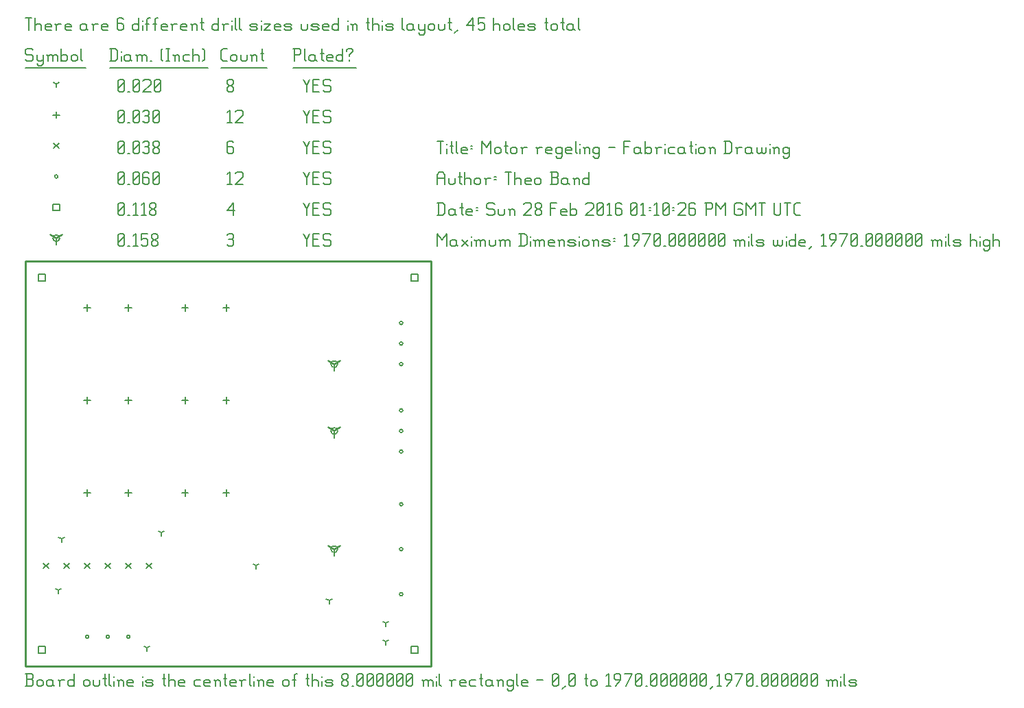
<source format=gko>
G04 start of page 11 for group -3984 idx -3984 *
G04 Title: Motor regeling, fab *
G04 Creator: pcb 20140316 *
G04 CreationDate: Sun 28 Feb 2016 01:10:26 PM GMT UTC *
G04 For: thba *
G04 Format: Gerber/RS-274X *
G04 PCB-Dimensions (mil): 1970.00 1970.00 *
G04 PCB-Coordinate-Origin: lower left *
%MOIN*%
%FSLAX25Y25*%
%LNFAB*%
%ADD89C,0.0100*%
%ADD88C,0.0075*%
%ADD87C,0.0060*%
%ADD86C,0.0001*%
%ADD85R,0.0080X0.0080*%
G54D85*X150000Y57000D02*Y53800D01*
G54D86*G36*
X149454Y57147D02*X152920Y59146D01*
X153320Y58453D01*
X149853Y56454D01*
X149454Y57147D01*
G37*
G36*
X150147Y56454D02*X146680Y58453D01*
X147080Y59146D01*
X150546Y57147D01*
X150147Y56454D01*
G37*
G54D85*X148400Y57000D02*G75*G03X151600Y57000I1600J0D01*G01*
G75*G03X148400Y57000I-1600J0D01*G01*
X150000Y114500D02*Y111300D01*
G54D86*G36*
X149454Y114647D02*X152920Y116646D01*
X153320Y115953D01*
X149853Y113954D01*
X149454Y114647D01*
G37*
G36*
X150147Y113954D02*X146680Y115953D01*
X147080Y116646D01*
X150546Y114647D01*
X150147Y113954D01*
G37*
G54D85*X148400Y114500D02*G75*G03X151600Y114500I1600J0D01*G01*
G75*G03X148400Y114500I-1600J0D01*G01*
X150000Y147000D02*Y143800D01*
G54D86*G36*
X149454Y147147D02*X152920Y149146D01*
X153320Y148453D01*
X149853Y146454D01*
X149454Y147147D01*
G37*
G36*
X150147Y146454D02*X146680Y148453D01*
X147080Y149146D01*
X150546Y147147D01*
X150147Y146454D01*
G37*
G54D85*X148400Y147000D02*G75*G03X151600Y147000I1600J0D01*G01*
G75*G03X148400Y147000I-1600J0D01*G01*
X15000Y208250D02*Y205050D01*
G54D86*G36*
X14454Y208397D02*X17920Y210396D01*
X18320Y209703D01*
X14853Y207704D01*
X14454Y208397D01*
G37*
G36*
X15147Y207704D02*X11680Y209703D01*
X12080Y210396D01*
X15546Y208397D01*
X15147Y207704D01*
G37*
G54D85*X13400Y208250D02*G75*G03X16600Y208250I1600J0D01*G01*
G75*G03X13400Y208250I-1600J0D01*G01*
G54D87*X135000Y210500D02*X136500Y207500D01*
X138000Y210500D01*
X136500Y207500D02*Y204500D01*
X139800Y207800D02*X142050D01*
X139800Y204500D02*X142800D01*
X139800Y210500D02*Y204500D01*
Y210500D02*X142800D01*
X147600D02*X148350Y209750D01*
X145350Y210500D02*X147600D01*
X144600Y209750D02*X145350Y210500D01*
X144600Y209750D02*Y208250D01*
X145350Y207500D01*
X147600D01*
X148350Y206750D01*
Y205250D01*
X147600Y204500D02*X148350Y205250D01*
X145350Y204500D02*X147600D01*
X144600Y205250D02*X145350Y204500D01*
X98000Y209750D02*X98750Y210500D01*
X100250D01*
X101000Y209750D01*
X100250Y204500D02*X101000Y205250D01*
X98750Y204500D02*X100250D01*
X98000Y205250D02*X98750Y204500D01*
Y207800D02*X100250D01*
X101000Y209750D02*Y208550D01*
Y207050D02*Y205250D01*
Y207050D02*X100250Y207800D01*
X101000Y208550D02*X100250Y207800D01*
X45000Y205250D02*X45750Y204500D01*
X45000Y209750D02*Y205250D01*
Y209750D02*X45750Y210500D01*
X47250D01*
X48000Y209750D01*
Y205250D01*
X47250Y204500D02*X48000Y205250D01*
X45750Y204500D02*X47250D01*
X45000Y206000D02*X48000Y209000D01*
X49800Y204500D02*X50550D01*
X52350Y209300D02*X53550Y210500D01*
Y204500D01*
X52350D02*X54600D01*
X56400Y210500D02*X59400D01*
X56400D02*Y207500D01*
X57150Y208250D01*
X58650D01*
X59400Y207500D01*
Y205250D01*
X58650Y204500D02*X59400Y205250D01*
X57150Y204500D02*X58650D01*
X56400Y205250D02*X57150Y204500D01*
X61200Y205250D02*X61950Y204500D01*
X61200Y206450D02*Y205250D01*
Y206450D02*X62250Y207500D01*
X63150D01*
X64200Y206450D01*
Y205250D01*
X63450Y204500D02*X64200Y205250D01*
X61950Y204500D02*X63450D01*
X61200Y208550D02*X62250Y207500D01*
X61200Y209750D02*Y208550D01*
Y209750D02*X61950Y210500D01*
X63450D01*
X64200Y209750D01*
Y208550D01*
X63150Y207500D02*X64200Y208550D01*
X6400Y9600D02*X9600D01*
X6400D02*Y6400D01*
X9600D01*
Y9600D02*Y6400D01*
X187400Y190600D02*X190600D01*
X187400D02*Y187400D01*
X190600D01*
Y190600D02*Y187400D01*
X6400Y190600D02*X9600D01*
X6400D02*Y187400D01*
X9600D01*
Y190600D02*Y187400D01*
X187400Y9600D02*X190600D01*
X187400D02*Y6400D01*
X190600D01*
Y9600D02*Y6400D01*
X13400Y224850D02*X16600D01*
X13400D02*Y221650D01*
X16600D01*
Y224850D02*Y221650D01*
X135000Y225500D02*X136500Y222500D01*
X138000Y225500D01*
X136500Y222500D02*Y219500D01*
X139800Y222800D02*X142050D01*
X139800Y219500D02*X142800D01*
X139800Y225500D02*Y219500D01*
Y225500D02*X142800D01*
X147600D02*X148350Y224750D01*
X145350Y225500D02*X147600D01*
X144600Y224750D02*X145350Y225500D01*
X144600Y224750D02*Y223250D01*
X145350Y222500D01*
X147600D01*
X148350Y221750D01*
Y220250D01*
X147600Y219500D02*X148350Y220250D01*
X145350Y219500D02*X147600D01*
X144600Y220250D02*X145350Y219500D01*
X98000Y221750D02*X101000Y225500D01*
X98000Y221750D02*X101750D01*
X101000Y225500D02*Y219500D01*
X45000Y220250D02*X45750Y219500D01*
X45000Y224750D02*Y220250D01*
Y224750D02*X45750Y225500D01*
X47250D01*
X48000Y224750D01*
Y220250D01*
X47250Y219500D02*X48000Y220250D01*
X45750Y219500D02*X47250D01*
X45000Y221000D02*X48000Y224000D01*
X49800Y219500D02*X50550D01*
X52350Y224300D02*X53550Y225500D01*
Y219500D01*
X52350D02*X54600D01*
X56400Y224300D02*X57600Y225500D01*
Y219500D01*
X56400D02*X58650D01*
X60450Y220250D02*X61200Y219500D01*
X60450Y221450D02*Y220250D01*
Y221450D02*X61500Y222500D01*
X62400D01*
X63450Y221450D01*
Y220250D01*
X62700Y219500D02*X63450Y220250D01*
X61200Y219500D02*X62700D01*
X60450Y223550D02*X61500Y222500D01*
X60450Y224750D02*Y223550D01*
Y224750D02*X61200Y225500D01*
X62700D01*
X63450Y224750D01*
Y223550D01*
X62400Y222500D02*X63450Y223550D01*
X181700Y124500D02*G75*G03X183300Y124500I800J0D01*G01*
G75*G03X181700Y124500I-800J0D01*G01*
Y114500D02*G75*G03X183300Y114500I800J0D01*G01*
G75*G03X181700Y114500I-800J0D01*G01*
Y104500D02*G75*G03X183300Y104500I800J0D01*G01*
G75*G03X181700Y104500I-800J0D01*G01*
Y167000D02*G75*G03X183300Y167000I800J0D01*G01*
G75*G03X181700Y167000I-800J0D01*G01*
Y157000D02*G75*G03X183300Y157000I800J0D01*G01*
G75*G03X181700Y157000I-800J0D01*G01*
Y147000D02*G75*G03X183300Y147000I800J0D01*G01*
G75*G03X181700Y147000I-800J0D01*G01*
Y78900D02*G75*G03X183300Y78900I800J0D01*G01*
G75*G03X181700Y78900I-800J0D01*G01*
Y57000D02*G75*G03X183300Y57000I800J0D01*G01*
G75*G03X181700Y57000I-800J0D01*G01*
Y35100D02*G75*G03X183300Y35100I800J0D01*G01*
G75*G03X181700Y35100I-800J0D01*G01*
X29200Y14500D02*G75*G03X30800Y14500I800J0D01*G01*
G75*G03X29200Y14500I-800J0D01*G01*
X39200D02*G75*G03X40800Y14500I800J0D01*G01*
G75*G03X39200Y14500I-800J0D01*G01*
X49200D02*G75*G03X50800Y14500I800J0D01*G01*
G75*G03X49200Y14500I-800J0D01*G01*
X14200Y238250D02*G75*G03X15800Y238250I800J0D01*G01*
G75*G03X14200Y238250I-800J0D01*G01*
X135000Y240500D02*X136500Y237500D01*
X138000Y240500D01*
X136500Y237500D02*Y234500D01*
X139800Y237800D02*X142050D01*
X139800Y234500D02*X142800D01*
X139800Y240500D02*Y234500D01*
Y240500D02*X142800D01*
X147600D02*X148350Y239750D01*
X145350Y240500D02*X147600D01*
X144600Y239750D02*X145350Y240500D01*
X144600Y239750D02*Y238250D01*
X145350Y237500D01*
X147600D01*
X148350Y236750D01*
Y235250D01*
X147600Y234500D02*X148350Y235250D01*
X145350Y234500D02*X147600D01*
X144600Y235250D02*X145350Y234500D01*
X98000Y239300D02*X99200Y240500D01*
Y234500D01*
X98000D02*X100250D01*
X102050Y239750D02*X102800Y240500D01*
X105050D01*
X105800Y239750D01*
Y238250D01*
X102050Y234500D02*X105800Y238250D01*
X102050Y234500D02*X105800D01*
X45000Y235250D02*X45750Y234500D01*
X45000Y239750D02*Y235250D01*
Y239750D02*X45750Y240500D01*
X47250D01*
X48000Y239750D01*
Y235250D01*
X47250Y234500D02*X48000Y235250D01*
X45750Y234500D02*X47250D01*
X45000Y236000D02*X48000Y239000D01*
X49800Y234500D02*X50550D01*
X52350Y235250D02*X53100Y234500D01*
X52350Y239750D02*Y235250D01*
Y239750D02*X53100Y240500D01*
X54600D01*
X55350Y239750D01*
Y235250D01*
X54600Y234500D02*X55350Y235250D01*
X53100Y234500D02*X54600D01*
X52350Y236000D02*X55350Y239000D01*
X59400Y240500D02*X60150Y239750D01*
X57900Y240500D02*X59400D01*
X57150Y239750D02*X57900Y240500D01*
X57150Y239750D02*Y235250D01*
X57900Y234500D01*
X59400Y237800D02*X60150Y237050D01*
X57150Y237800D02*X59400D01*
X57900Y234500D02*X59400D01*
X60150Y235250D01*
Y237050D02*Y235250D01*
X61950D02*X62700Y234500D01*
X61950Y239750D02*Y235250D01*
Y239750D02*X62700Y240500D01*
X64200D01*
X64950Y239750D01*
Y235250D01*
X64200Y234500D02*X64950Y235250D01*
X62700Y234500D02*X64200D01*
X61950Y236000D02*X64950Y239000D01*
X8800Y50200D02*X11200Y47800D01*
X8800D02*X11200Y50200D01*
X18800D02*X21200Y47800D01*
X18800D02*X21200Y50200D01*
X28800D02*X31200Y47800D01*
X28800D02*X31200Y50200D01*
X38800D02*X41200Y47800D01*
X38800D02*X41200Y50200D01*
X48800D02*X51200Y47800D01*
X48800D02*X51200Y50200D01*
X58800D02*X61200Y47800D01*
X58800D02*X61200Y50200D01*
X13800Y254450D02*X16200Y252050D01*
X13800D02*X16200Y254450D01*
X135000Y255500D02*X136500Y252500D01*
X138000Y255500D01*
X136500Y252500D02*Y249500D01*
X139800Y252800D02*X142050D01*
X139800Y249500D02*X142800D01*
X139800Y255500D02*Y249500D01*
Y255500D02*X142800D01*
X147600D02*X148350Y254750D01*
X145350Y255500D02*X147600D01*
X144600Y254750D02*X145350Y255500D01*
X144600Y254750D02*Y253250D01*
X145350Y252500D01*
X147600D01*
X148350Y251750D01*
Y250250D01*
X147600Y249500D02*X148350Y250250D01*
X145350Y249500D02*X147600D01*
X144600Y250250D02*X145350Y249500D01*
X100250Y255500D02*X101000Y254750D01*
X98750Y255500D02*X100250D01*
X98000Y254750D02*X98750Y255500D01*
X98000Y254750D02*Y250250D01*
X98750Y249500D01*
X100250Y252800D02*X101000Y252050D01*
X98000Y252800D02*X100250D01*
X98750Y249500D02*X100250D01*
X101000Y250250D01*
Y252050D02*Y250250D01*
X45000D02*X45750Y249500D01*
X45000Y254750D02*Y250250D01*
Y254750D02*X45750Y255500D01*
X47250D01*
X48000Y254750D01*
Y250250D01*
X47250Y249500D02*X48000Y250250D01*
X45750Y249500D02*X47250D01*
X45000Y251000D02*X48000Y254000D01*
X49800Y249500D02*X50550D01*
X52350Y250250D02*X53100Y249500D01*
X52350Y254750D02*Y250250D01*
Y254750D02*X53100Y255500D01*
X54600D01*
X55350Y254750D01*
Y250250D01*
X54600Y249500D02*X55350Y250250D01*
X53100Y249500D02*X54600D01*
X52350Y251000D02*X55350Y254000D01*
X57150Y254750D02*X57900Y255500D01*
X59400D01*
X60150Y254750D01*
X59400Y249500D02*X60150Y250250D01*
X57900Y249500D02*X59400D01*
X57150Y250250D02*X57900Y249500D01*
Y252800D02*X59400D01*
X60150Y254750D02*Y253550D01*
Y252050D02*Y250250D01*
Y252050D02*X59400Y252800D01*
X60150Y253550D02*X59400Y252800D01*
X61950Y250250D02*X62700Y249500D01*
X61950Y251450D02*Y250250D01*
Y251450D02*X63000Y252500D01*
X63900D01*
X64950Y251450D01*
Y250250D01*
X64200Y249500D02*X64950Y250250D01*
X62700Y249500D02*X64200D01*
X61950Y253550D02*X63000Y252500D01*
X61950Y254750D02*Y253550D01*
Y254750D02*X62700Y255500D01*
X64200D01*
X64950Y254750D01*
Y253550D01*
X63900Y252500D02*X64950Y253550D01*
X30000Y176100D02*Y172900D01*
X28400Y174500D02*X31600D01*
X50000Y176100D02*Y172900D01*
X48400Y174500D02*X51600D01*
X77500Y131100D02*Y127900D01*
X75900Y129500D02*X79100D01*
X97500Y131100D02*Y127900D01*
X95900Y129500D02*X99100D01*
X77500Y86100D02*Y82900D01*
X75900Y84500D02*X79100D01*
X97500Y86100D02*Y82900D01*
X95900Y84500D02*X99100D01*
X30000Y131100D02*Y127900D01*
X28400Y129500D02*X31600D01*
X50000Y131100D02*Y127900D01*
X48400Y129500D02*X51600D01*
X30000Y86100D02*Y82900D01*
X28400Y84500D02*X31600D01*
X50000Y86100D02*Y82900D01*
X48400Y84500D02*X51600D01*
X77500Y176100D02*Y172900D01*
X75900Y174500D02*X79100D01*
X97500Y176100D02*Y172900D01*
X95900Y174500D02*X99100D01*
X15000Y269850D02*Y266650D01*
X13400Y268250D02*X16600D01*
X135000Y270500D02*X136500Y267500D01*
X138000Y270500D01*
X136500Y267500D02*Y264500D01*
X139800Y267800D02*X142050D01*
X139800Y264500D02*X142800D01*
X139800Y270500D02*Y264500D01*
Y270500D02*X142800D01*
X147600D02*X148350Y269750D01*
X145350Y270500D02*X147600D01*
X144600Y269750D02*X145350Y270500D01*
X144600Y269750D02*Y268250D01*
X145350Y267500D01*
X147600D01*
X148350Y266750D01*
Y265250D01*
X147600Y264500D02*X148350Y265250D01*
X145350Y264500D02*X147600D01*
X144600Y265250D02*X145350Y264500D01*
X98000Y269300D02*X99200Y270500D01*
Y264500D01*
X98000D02*X100250D01*
X102050Y269750D02*X102800Y270500D01*
X105050D01*
X105800Y269750D01*
Y268250D01*
X102050Y264500D02*X105800Y268250D01*
X102050Y264500D02*X105800D01*
X45000Y265250D02*X45750Y264500D01*
X45000Y269750D02*Y265250D01*
Y269750D02*X45750Y270500D01*
X47250D01*
X48000Y269750D01*
Y265250D01*
X47250Y264500D02*X48000Y265250D01*
X45750Y264500D02*X47250D01*
X45000Y266000D02*X48000Y269000D01*
X49800Y264500D02*X50550D01*
X52350Y265250D02*X53100Y264500D01*
X52350Y269750D02*Y265250D01*
Y269750D02*X53100Y270500D01*
X54600D01*
X55350Y269750D01*
Y265250D01*
X54600Y264500D02*X55350Y265250D01*
X53100Y264500D02*X54600D01*
X52350Y266000D02*X55350Y269000D01*
X57150Y269750D02*X57900Y270500D01*
X59400D01*
X60150Y269750D01*
X59400Y264500D02*X60150Y265250D01*
X57900Y264500D02*X59400D01*
X57150Y265250D02*X57900Y264500D01*
Y267800D02*X59400D01*
X60150Y269750D02*Y268550D01*
Y267050D02*Y265250D01*
Y267050D02*X59400Y267800D01*
X60150Y268550D02*X59400Y267800D01*
X61950Y265250D02*X62700Y264500D01*
X61950Y269750D02*Y265250D01*
Y269750D02*X62700Y270500D01*
X64200D01*
X64950Y269750D01*
Y265250D01*
X64200Y264500D02*X64950Y265250D01*
X62700Y264500D02*X64200D01*
X61950Y266000D02*X64950Y269000D01*
X17500Y62000D02*Y60400D01*
Y62000D02*X18887Y62800D01*
X17500Y62000D02*X16113Y62800D01*
X175000Y12000D02*Y10400D01*
Y12000D02*X176387Y12800D01*
X175000Y12000D02*X173613Y12800D01*
X147500Y32000D02*Y30400D01*
Y32000D02*X148887Y32800D01*
X147500Y32000D02*X146113Y32800D01*
X59000Y9000D02*Y7400D01*
Y9000D02*X60387Y9800D01*
X59000Y9000D02*X57613Y9800D01*
X66000Y65000D02*Y63400D01*
Y65000D02*X67387Y65800D01*
X66000Y65000D02*X64613Y65800D01*
X15905Y37000D02*Y35400D01*
Y37000D02*X17292Y37800D01*
X15905Y37000D02*X14518Y37800D01*
X175000Y21000D02*Y19400D01*
Y21000D02*X176387Y21800D01*
X175000Y21000D02*X173613Y21800D01*
X112000Y49000D02*Y47400D01*
Y49000D02*X113387Y49800D01*
X112000Y49000D02*X110613Y49800D01*
X15000Y283250D02*Y281650D01*
Y283250D02*X16387Y284050D01*
X15000Y283250D02*X13613Y284050D01*
X135000Y285500D02*X136500Y282500D01*
X138000Y285500D01*
X136500Y282500D02*Y279500D01*
X139800Y282800D02*X142050D01*
X139800Y279500D02*X142800D01*
X139800Y285500D02*Y279500D01*
Y285500D02*X142800D01*
X147600D02*X148350Y284750D01*
X145350Y285500D02*X147600D01*
X144600Y284750D02*X145350Y285500D01*
X144600Y284750D02*Y283250D01*
X145350Y282500D01*
X147600D01*
X148350Y281750D01*
Y280250D01*
X147600Y279500D02*X148350Y280250D01*
X145350Y279500D02*X147600D01*
X144600Y280250D02*X145350Y279500D01*
X98000Y280250D02*X98750Y279500D01*
X98000Y281450D02*Y280250D01*
Y281450D02*X99050Y282500D01*
X99950D01*
X101000Y281450D01*
Y280250D01*
X100250Y279500D02*X101000Y280250D01*
X98750Y279500D02*X100250D01*
X98000Y283550D02*X99050Y282500D01*
X98000Y284750D02*Y283550D01*
Y284750D02*X98750Y285500D01*
X100250D01*
X101000Y284750D01*
Y283550D01*
X99950Y282500D02*X101000Y283550D01*
X45000Y280250D02*X45750Y279500D01*
X45000Y284750D02*Y280250D01*
Y284750D02*X45750Y285500D01*
X47250D01*
X48000Y284750D01*
Y280250D01*
X47250Y279500D02*X48000Y280250D01*
X45750Y279500D02*X47250D01*
X45000Y281000D02*X48000Y284000D01*
X49800Y279500D02*X50550D01*
X52350Y280250D02*X53100Y279500D01*
X52350Y284750D02*Y280250D01*
Y284750D02*X53100Y285500D01*
X54600D01*
X55350Y284750D01*
Y280250D01*
X54600Y279500D02*X55350Y280250D01*
X53100Y279500D02*X54600D01*
X52350Y281000D02*X55350Y284000D01*
X57150Y284750D02*X57900Y285500D01*
X60150D01*
X60900Y284750D01*
Y283250D01*
X57150Y279500D02*X60900Y283250D01*
X57150Y279500D02*X60900D01*
X62700Y280250D02*X63450Y279500D01*
X62700Y284750D02*Y280250D01*
Y284750D02*X63450Y285500D01*
X64950D01*
X65700Y284750D01*
Y280250D01*
X64950Y279500D02*X65700Y280250D01*
X63450Y279500D02*X64950D01*
X62700Y281000D02*X65700Y284000D01*
X3000Y300500D02*X3750Y299750D01*
X750Y300500D02*X3000D01*
X0Y299750D02*X750Y300500D01*
X0Y299750D02*Y298250D01*
X750Y297500D01*
X3000D01*
X3750Y296750D01*
Y295250D01*
X3000Y294500D02*X3750Y295250D01*
X750Y294500D02*X3000D01*
X0Y295250D02*X750Y294500D01*
X5550Y297500D02*Y295250D01*
X6300Y294500D01*
X8550Y297500D02*Y293000D01*
X7800Y292250D02*X8550Y293000D01*
X6300Y292250D02*X7800D01*
X5550Y293000D02*X6300Y292250D01*
Y294500D02*X7800D01*
X8550Y295250D01*
X11100Y296750D02*Y294500D01*
Y296750D02*X11850Y297500D01*
X12600D01*
X13350Y296750D01*
Y294500D01*
Y296750D02*X14100Y297500D01*
X14850D01*
X15600Y296750D01*
Y294500D01*
X10350Y297500D02*X11100Y296750D01*
X17400Y300500D02*Y294500D01*
Y295250D02*X18150Y294500D01*
X19650D01*
X20400Y295250D01*
Y296750D02*Y295250D01*
X19650Y297500D02*X20400Y296750D01*
X18150Y297500D02*X19650D01*
X17400Y296750D02*X18150Y297500D01*
X22200Y296750D02*Y295250D01*
Y296750D02*X22950Y297500D01*
X24450D01*
X25200Y296750D01*
Y295250D01*
X24450Y294500D02*X25200Y295250D01*
X22950Y294500D02*X24450D01*
X22200Y295250D02*X22950Y294500D01*
X27000Y300500D02*Y295250D01*
X27750Y294500D01*
X0Y291250D02*X29250D01*
X41750Y300500D02*Y294500D01*
X43700Y300500D02*X44750Y299450D01*
Y295550D01*
X43700Y294500D02*X44750Y295550D01*
X41000Y294500D02*X43700D01*
X41000Y300500D02*X43700D01*
G54D88*X46550Y299000D02*Y298850D01*
G54D87*Y296750D02*Y294500D01*
X50300Y297500D02*X51050Y296750D01*
X48800Y297500D02*X50300D01*
X48050Y296750D02*X48800Y297500D01*
X48050Y296750D02*Y295250D01*
X48800Y294500D01*
X51050Y297500D02*Y295250D01*
X51800Y294500D01*
X48800D02*X50300D01*
X51050Y295250D01*
X54350Y296750D02*Y294500D01*
Y296750D02*X55100Y297500D01*
X55850D01*
X56600Y296750D01*
Y294500D01*
Y296750D02*X57350Y297500D01*
X58100D01*
X58850Y296750D01*
Y294500D01*
X53600Y297500D02*X54350Y296750D01*
X60650Y294500D02*X61400D01*
X65900Y295250D02*X66650Y294500D01*
X65900Y299750D02*X66650Y300500D01*
X65900Y299750D02*Y295250D01*
X68450Y300500D02*X69950D01*
X69200D02*Y294500D01*
X68450D02*X69950D01*
X72500Y296750D02*Y294500D01*
Y296750D02*X73250Y297500D01*
X74000D01*
X74750Y296750D01*
Y294500D01*
X71750Y297500D02*X72500Y296750D01*
X77300Y297500D02*X79550D01*
X76550Y296750D02*X77300Y297500D01*
X76550Y296750D02*Y295250D01*
X77300Y294500D01*
X79550D01*
X81350Y300500D02*Y294500D01*
Y296750D02*X82100Y297500D01*
X83600D01*
X84350Y296750D01*
Y294500D01*
X86150Y300500D02*X86900Y299750D01*
Y295250D01*
X86150Y294500D02*X86900Y295250D01*
X41000Y291250D02*X88700D01*
X96050Y294500D02*X98000D01*
X95000Y295550D02*X96050Y294500D01*
X95000Y299450D02*Y295550D01*
Y299450D02*X96050Y300500D01*
X98000D01*
X99800Y296750D02*Y295250D01*
Y296750D02*X100550Y297500D01*
X102050D01*
X102800Y296750D01*
Y295250D01*
X102050Y294500D02*X102800Y295250D01*
X100550Y294500D02*X102050D01*
X99800Y295250D02*X100550Y294500D01*
X104600Y297500D02*Y295250D01*
X105350Y294500D01*
X106850D01*
X107600Y295250D01*
Y297500D02*Y295250D01*
X110150Y296750D02*Y294500D01*
Y296750D02*X110900Y297500D01*
X111650D01*
X112400Y296750D01*
Y294500D01*
X109400Y297500D02*X110150Y296750D01*
X114950Y300500D02*Y295250D01*
X115700Y294500D01*
X114200Y298250D02*X115700D01*
X95000Y291250D02*X117200D01*
X130750Y300500D02*Y294500D01*
X130000Y300500D02*X133000D01*
X133750Y299750D01*
Y298250D01*
X133000Y297500D02*X133750Y298250D01*
X130750Y297500D02*X133000D01*
X135550Y300500D02*Y295250D01*
X136300Y294500D01*
X140050Y297500D02*X140800Y296750D01*
X138550Y297500D02*X140050D01*
X137800Y296750D02*X138550Y297500D01*
X137800Y296750D02*Y295250D01*
X138550Y294500D01*
X140800Y297500D02*Y295250D01*
X141550Y294500D01*
X138550D02*X140050D01*
X140800Y295250D01*
X144100Y300500D02*Y295250D01*
X144850Y294500D01*
X143350Y298250D02*X144850D01*
X147100Y294500D02*X149350D01*
X146350Y295250D02*X147100Y294500D01*
X146350Y296750D02*Y295250D01*
Y296750D02*X147100Y297500D01*
X148600D01*
X149350Y296750D01*
X146350Y296000D02*X149350D01*
Y296750D02*Y296000D01*
X154150Y300500D02*Y294500D01*
X153400D02*X154150Y295250D01*
X151900Y294500D02*X153400D01*
X151150Y295250D02*X151900Y294500D01*
X151150Y296750D02*Y295250D01*
Y296750D02*X151900Y297500D01*
X153400D01*
X154150Y296750D01*
X157450Y297500D02*Y296750D01*
Y295250D02*Y294500D01*
X155950Y299750D02*Y299000D01*
Y299750D02*X156700Y300500D01*
X158200D01*
X158950Y299750D01*
Y299000D01*
X157450Y297500D02*X158950Y299000D01*
X130000Y291250D02*X160750D01*
X0Y315500D02*X3000D01*
X1500D02*Y309500D01*
X4800Y315500D02*Y309500D01*
Y311750D02*X5550Y312500D01*
X7050D01*
X7800Y311750D01*
Y309500D01*
X10350D02*X12600D01*
X9600Y310250D02*X10350Y309500D01*
X9600Y311750D02*Y310250D01*
Y311750D02*X10350Y312500D01*
X11850D01*
X12600Y311750D01*
X9600Y311000D02*X12600D01*
Y311750D02*Y311000D01*
X15150Y311750D02*Y309500D01*
Y311750D02*X15900Y312500D01*
X17400D01*
X14400D02*X15150Y311750D01*
X19950Y309500D02*X22200D01*
X19200Y310250D02*X19950Y309500D01*
X19200Y311750D02*Y310250D01*
Y311750D02*X19950Y312500D01*
X21450D01*
X22200Y311750D01*
X19200Y311000D02*X22200D01*
Y311750D02*Y311000D01*
X28950Y312500D02*X29700Y311750D01*
X27450Y312500D02*X28950D01*
X26700Y311750D02*X27450Y312500D01*
X26700Y311750D02*Y310250D01*
X27450Y309500D01*
X29700Y312500D02*Y310250D01*
X30450Y309500D01*
X27450D02*X28950D01*
X29700Y310250D01*
X33000Y311750D02*Y309500D01*
Y311750D02*X33750Y312500D01*
X35250D01*
X32250D02*X33000Y311750D01*
X37800Y309500D02*X40050D01*
X37050Y310250D02*X37800Y309500D01*
X37050Y311750D02*Y310250D01*
Y311750D02*X37800Y312500D01*
X39300D01*
X40050Y311750D01*
X37050Y311000D02*X40050D01*
Y311750D02*Y311000D01*
X46800Y315500D02*X47550Y314750D01*
X45300Y315500D02*X46800D01*
X44550Y314750D02*X45300Y315500D01*
X44550Y314750D02*Y310250D01*
X45300Y309500D01*
X46800Y312800D02*X47550Y312050D01*
X44550Y312800D02*X46800D01*
X45300Y309500D02*X46800D01*
X47550Y310250D01*
Y312050D02*Y310250D01*
X55050Y315500D02*Y309500D01*
X54300D02*X55050Y310250D01*
X52800Y309500D02*X54300D01*
X52050Y310250D02*X52800Y309500D01*
X52050Y311750D02*Y310250D01*
Y311750D02*X52800Y312500D01*
X54300D01*
X55050Y311750D01*
G54D88*X56850Y314000D02*Y313850D01*
G54D87*Y311750D02*Y309500D01*
X59100Y314750D02*Y309500D01*
Y314750D02*X59850Y315500D01*
X60600D01*
X58350Y312500D02*X59850D01*
X62850Y314750D02*Y309500D01*
Y314750D02*X63600Y315500D01*
X64350D01*
X62100Y312500D02*X63600D01*
X66600Y309500D02*X68850D01*
X65850Y310250D02*X66600Y309500D01*
X65850Y311750D02*Y310250D01*
Y311750D02*X66600Y312500D01*
X68100D01*
X68850Y311750D01*
X65850Y311000D02*X68850D01*
Y311750D02*Y311000D01*
X71400Y311750D02*Y309500D01*
Y311750D02*X72150Y312500D01*
X73650D01*
X70650D02*X71400Y311750D01*
X76200Y309500D02*X78450D01*
X75450Y310250D02*X76200Y309500D01*
X75450Y311750D02*Y310250D01*
Y311750D02*X76200Y312500D01*
X77700D01*
X78450Y311750D01*
X75450Y311000D02*X78450D01*
Y311750D02*Y311000D01*
X81000Y311750D02*Y309500D01*
Y311750D02*X81750Y312500D01*
X82500D01*
X83250Y311750D01*
Y309500D01*
X80250Y312500D02*X81000Y311750D01*
X85800Y315500D02*Y310250D01*
X86550Y309500D01*
X85050Y313250D02*X86550D01*
X93750Y315500D02*Y309500D01*
X93000D02*X93750Y310250D01*
X91500Y309500D02*X93000D01*
X90750Y310250D02*X91500Y309500D01*
X90750Y311750D02*Y310250D01*
Y311750D02*X91500Y312500D01*
X93000D01*
X93750Y311750D01*
X96300D02*Y309500D01*
Y311750D02*X97050Y312500D01*
X98550D01*
X95550D02*X96300Y311750D01*
G54D88*X100350Y314000D02*Y313850D01*
G54D87*Y311750D02*Y309500D01*
X101850Y315500D02*Y310250D01*
X102600Y309500D01*
X104100Y315500D02*Y310250D01*
X104850Y309500D01*
X109800D02*X112050D01*
X112800Y310250D01*
X112050Y311000D02*X112800Y310250D01*
X109800Y311000D02*X112050D01*
X109050Y311750D02*X109800Y311000D01*
X109050Y311750D02*X109800Y312500D01*
X112050D01*
X112800Y311750D01*
X109050Y310250D02*X109800Y309500D01*
G54D88*X114600Y314000D02*Y313850D01*
G54D87*Y311750D02*Y309500D01*
X116100Y312500D02*X119100D01*
X116100Y309500D02*X119100Y312500D01*
X116100Y309500D02*X119100D01*
X121650D02*X123900D01*
X120900Y310250D02*X121650Y309500D01*
X120900Y311750D02*Y310250D01*
Y311750D02*X121650Y312500D01*
X123150D01*
X123900Y311750D01*
X120900Y311000D02*X123900D01*
Y311750D02*Y311000D01*
X126450Y309500D02*X128700D01*
X129450Y310250D01*
X128700Y311000D02*X129450Y310250D01*
X126450Y311000D02*X128700D01*
X125700Y311750D02*X126450Y311000D01*
X125700Y311750D02*X126450Y312500D01*
X128700D01*
X129450Y311750D01*
X125700Y310250D02*X126450Y309500D01*
X133950Y312500D02*Y310250D01*
X134700Y309500D01*
X136200D01*
X136950Y310250D01*
Y312500D02*Y310250D01*
X139500Y309500D02*X141750D01*
X142500Y310250D01*
X141750Y311000D02*X142500Y310250D01*
X139500Y311000D02*X141750D01*
X138750Y311750D02*X139500Y311000D01*
X138750Y311750D02*X139500Y312500D01*
X141750D01*
X142500Y311750D01*
X138750Y310250D02*X139500Y309500D01*
X145050D02*X147300D01*
X144300Y310250D02*X145050Y309500D01*
X144300Y311750D02*Y310250D01*
Y311750D02*X145050Y312500D01*
X146550D01*
X147300Y311750D01*
X144300Y311000D02*X147300D01*
Y311750D02*Y311000D01*
X152100Y315500D02*Y309500D01*
X151350D02*X152100Y310250D01*
X149850Y309500D02*X151350D01*
X149100Y310250D02*X149850Y309500D01*
X149100Y311750D02*Y310250D01*
Y311750D02*X149850Y312500D01*
X151350D01*
X152100Y311750D01*
G54D88*X156600Y314000D02*Y313850D01*
G54D87*Y311750D02*Y309500D01*
X158850Y311750D02*Y309500D01*
Y311750D02*X159600Y312500D01*
X160350D01*
X161100Y311750D01*
Y309500D01*
X158100Y312500D02*X158850Y311750D01*
X166350Y315500D02*Y310250D01*
X167100Y309500D01*
X165600Y313250D02*X167100D01*
X168600Y315500D02*Y309500D01*
Y311750D02*X169350Y312500D01*
X170850D01*
X171600Y311750D01*
Y309500D01*
G54D88*X173400Y314000D02*Y313850D01*
G54D87*Y311750D02*Y309500D01*
X175650D02*X177900D01*
X178650Y310250D01*
X177900Y311000D02*X178650Y310250D01*
X175650Y311000D02*X177900D01*
X174900Y311750D02*X175650Y311000D01*
X174900Y311750D02*X175650Y312500D01*
X177900D01*
X178650Y311750D01*
X174900Y310250D02*X175650Y309500D01*
X183150Y315500D02*Y310250D01*
X183900Y309500D01*
X187650Y312500D02*X188400Y311750D01*
X186150Y312500D02*X187650D01*
X185400Y311750D02*X186150Y312500D01*
X185400Y311750D02*Y310250D01*
X186150Y309500D01*
X188400Y312500D02*Y310250D01*
X189150Y309500D01*
X186150D02*X187650D01*
X188400Y310250D01*
X190950Y312500D02*Y310250D01*
X191700Y309500D01*
X193950Y312500D02*Y308000D01*
X193200Y307250D02*X193950Y308000D01*
X191700Y307250D02*X193200D01*
X190950Y308000D02*X191700Y307250D01*
Y309500D02*X193200D01*
X193950Y310250D01*
X195750Y311750D02*Y310250D01*
Y311750D02*X196500Y312500D01*
X198000D01*
X198750Y311750D01*
Y310250D01*
X198000Y309500D02*X198750Y310250D01*
X196500Y309500D02*X198000D01*
X195750Y310250D02*X196500Y309500D01*
X200550Y312500D02*Y310250D01*
X201300Y309500D01*
X202800D01*
X203550Y310250D01*
Y312500D02*Y310250D01*
X206100Y315500D02*Y310250D01*
X206850Y309500D01*
X205350Y313250D02*X206850D01*
X208350Y308000D02*X209850Y309500D01*
X214350Y311750D02*X217350Y315500D01*
X214350Y311750D02*X218100D01*
X217350Y315500D02*Y309500D01*
X219900Y315500D02*X222900D01*
X219900D02*Y312500D01*
X220650Y313250D01*
X222150D01*
X222900Y312500D01*
Y310250D01*
X222150Y309500D02*X222900Y310250D01*
X220650Y309500D02*X222150D01*
X219900Y310250D02*X220650Y309500D01*
X227400Y315500D02*Y309500D01*
Y311750D02*X228150Y312500D01*
X229650D01*
X230400Y311750D01*
Y309500D01*
X232200Y311750D02*Y310250D01*
Y311750D02*X232950Y312500D01*
X234450D01*
X235200Y311750D01*
Y310250D01*
X234450Y309500D02*X235200Y310250D01*
X232950Y309500D02*X234450D01*
X232200Y310250D02*X232950Y309500D01*
X237000Y315500D02*Y310250D01*
X237750Y309500D01*
X240000D02*X242250D01*
X239250Y310250D02*X240000Y309500D01*
X239250Y311750D02*Y310250D01*
Y311750D02*X240000Y312500D01*
X241500D01*
X242250Y311750D01*
X239250Y311000D02*X242250D01*
Y311750D02*Y311000D01*
X244800Y309500D02*X247050D01*
X247800Y310250D01*
X247050Y311000D02*X247800Y310250D01*
X244800Y311000D02*X247050D01*
X244050Y311750D02*X244800Y311000D01*
X244050Y311750D02*X244800Y312500D01*
X247050D01*
X247800Y311750D01*
X244050Y310250D02*X244800Y309500D01*
X253050Y315500D02*Y310250D01*
X253800Y309500D01*
X252300Y313250D02*X253800D01*
X255300Y311750D02*Y310250D01*
Y311750D02*X256050Y312500D01*
X257550D01*
X258300Y311750D01*
Y310250D01*
X257550Y309500D02*X258300Y310250D01*
X256050Y309500D02*X257550D01*
X255300Y310250D02*X256050Y309500D01*
X260850Y315500D02*Y310250D01*
X261600Y309500D01*
X260100Y313250D02*X261600D01*
X265350Y312500D02*X266100Y311750D01*
X263850Y312500D02*X265350D01*
X263100Y311750D02*X263850Y312500D01*
X263100Y311750D02*Y310250D01*
X263850Y309500D01*
X266100Y312500D02*Y310250D01*
X266850Y309500D01*
X263850D02*X265350D01*
X266100Y310250D01*
X268650Y315500D02*Y310250D01*
X269400Y309500D01*
G54D89*X0Y197000D02*X197000D01*
X0D02*Y0D01*
X197000Y197000D02*Y0D01*
X0D02*X197000D01*
G54D87*X200000Y210500D02*Y204500D01*
Y210500D02*X202250Y207500D01*
X204500Y210500D01*
Y204500D01*
X208550Y207500D02*X209300Y206750D01*
X207050Y207500D02*X208550D01*
X206300Y206750D02*X207050Y207500D01*
X206300Y206750D02*Y205250D01*
X207050Y204500D01*
X209300Y207500D02*Y205250D01*
X210050Y204500D01*
X207050D02*X208550D01*
X209300Y205250D01*
X211850Y207500D02*X214850Y204500D01*
X211850D02*X214850Y207500D01*
G54D88*X216650Y209000D02*Y208850D01*
G54D87*Y206750D02*Y204500D01*
X218900Y206750D02*Y204500D01*
Y206750D02*X219650Y207500D01*
X220400D01*
X221150Y206750D01*
Y204500D01*
Y206750D02*X221900Y207500D01*
X222650D01*
X223400Y206750D01*
Y204500D01*
X218150Y207500D02*X218900Y206750D01*
X225200Y207500D02*Y205250D01*
X225950Y204500D01*
X227450D01*
X228200Y205250D01*
Y207500D02*Y205250D01*
X230750Y206750D02*Y204500D01*
Y206750D02*X231500Y207500D01*
X232250D01*
X233000Y206750D01*
Y204500D01*
Y206750D02*X233750Y207500D01*
X234500D01*
X235250Y206750D01*
Y204500D01*
X230000Y207500D02*X230750Y206750D01*
X240500Y210500D02*Y204500D01*
X242450Y210500D02*X243500Y209450D01*
Y205550D01*
X242450Y204500D02*X243500Y205550D01*
X239750Y204500D02*X242450D01*
X239750Y210500D02*X242450D01*
G54D88*X245300Y209000D02*Y208850D01*
G54D87*Y206750D02*Y204500D01*
X247550Y206750D02*Y204500D01*
Y206750D02*X248300Y207500D01*
X249050D01*
X249800Y206750D01*
Y204500D01*
Y206750D02*X250550Y207500D01*
X251300D01*
X252050Y206750D01*
Y204500D01*
X246800Y207500D02*X247550Y206750D01*
X254600Y204500D02*X256850D01*
X253850Y205250D02*X254600Y204500D01*
X253850Y206750D02*Y205250D01*
Y206750D02*X254600Y207500D01*
X256100D01*
X256850Y206750D01*
X253850Y206000D02*X256850D01*
Y206750D02*Y206000D01*
X259400Y206750D02*Y204500D01*
Y206750D02*X260150Y207500D01*
X260900D01*
X261650Y206750D01*
Y204500D01*
X258650Y207500D02*X259400Y206750D01*
X264200Y204500D02*X266450D01*
X267200Y205250D01*
X266450Y206000D02*X267200Y205250D01*
X264200Y206000D02*X266450D01*
X263450Y206750D02*X264200Y206000D01*
X263450Y206750D02*X264200Y207500D01*
X266450D01*
X267200Y206750D01*
X263450Y205250D02*X264200Y204500D01*
G54D88*X269000Y209000D02*Y208850D01*
G54D87*Y206750D02*Y204500D01*
X270500Y206750D02*Y205250D01*
Y206750D02*X271250Y207500D01*
X272750D01*
X273500Y206750D01*
Y205250D01*
X272750Y204500D02*X273500Y205250D01*
X271250Y204500D02*X272750D01*
X270500Y205250D02*X271250Y204500D01*
X276050Y206750D02*Y204500D01*
Y206750D02*X276800Y207500D01*
X277550D01*
X278300Y206750D01*
Y204500D01*
X275300Y207500D02*X276050Y206750D01*
X280850Y204500D02*X283100D01*
X283850Y205250D01*
X283100Y206000D02*X283850Y205250D01*
X280850Y206000D02*X283100D01*
X280100Y206750D02*X280850Y206000D01*
X280100Y206750D02*X280850Y207500D01*
X283100D01*
X283850Y206750D01*
X280100Y205250D02*X280850Y204500D01*
X285650Y208250D02*X286400D01*
X285650Y206750D02*X286400D01*
X290900Y209300D02*X292100Y210500D01*
Y204500D01*
X290900D02*X293150D01*
X295700D02*X297950Y207500D01*
Y209750D02*Y207500D01*
X297200Y210500D02*X297950Y209750D01*
X295700Y210500D02*X297200D01*
X294950Y209750D02*X295700Y210500D01*
X294950Y209750D02*Y208250D01*
X295700Y207500D01*
X297950D01*
X300500Y204500D02*X303500Y210500D01*
X299750D02*X303500D01*
X305300Y205250D02*X306050Y204500D01*
X305300Y209750D02*Y205250D01*
Y209750D02*X306050Y210500D01*
X307550D01*
X308300Y209750D01*
Y205250D01*
X307550Y204500D02*X308300Y205250D01*
X306050Y204500D02*X307550D01*
X305300Y206000D02*X308300Y209000D01*
X310100Y204500D02*X310850D01*
X312650Y205250D02*X313400Y204500D01*
X312650Y209750D02*Y205250D01*
Y209750D02*X313400Y210500D01*
X314900D01*
X315650Y209750D01*
Y205250D01*
X314900Y204500D02*X315650Y205250D01*
X313400Y204500D02*X314900D01*
X312650Y206000D02*X315650Y209000D01*
X317450Y205250D02*X318200Y204500D01*
X317450Y209750D02*Y205250D01*
Y209750D02*X318200Y210500D01*
X319700D01*
X320450Y209750D01*
Y205250D01*
X319700Y204500D02*X320450Y205250D01*
X318200Y204500D02*X319700D01*
X317450Y206000D02*X320450Y209000D01*
X322250Y205250D02*X323000Y204500D01*
X322250Y209750D02*Y205250D01*
Y209750D02*X323000Y210500D01*
X324500D01*
X325250Y209750D01*
Y205250D01*
X324500Y204500D02*X325250Y205250D01*
X323000Y204500D02*X324500D01*
X322250Y206000D02*X325250Y209000D01*
X327050Y205250D02*X327800Y204500D01*
X327050Y209750D02*Y205250D01*
Y209750D02*X327800Y210500D01*
X329300D01*
X330050Y209750D01*
Y205250D01*
X329300Y204500D02*X330050Y205250D01*
X327800Y204500D02*X329300D01*
X327050Y206000D02*X330050Y209000D01*
X331850Y205250D02*X332600Y204500D01*
X331850Y209750D02*Y205250D01*
Y209750D02*X332600Y210500D01*
X334100D01*
X334850Y209750D01*
Y205250D01*
X334100Y204500D02*X334850Y205250D01*
X332600Y204500D02*X334100D01*
X331850Y206000D02*X334850Y209000D01*
X336650Y205250D02*X337400Y204500D01*
X336650Y209750D02*Y205250D01*
Y209750D02*X337400Y210500D01*
X338900D01*
X339650Y209750D01*
Y205250D01*
X338900Y204500D02*X339650Y205250D01*
X337400Y204500D02*X338900D01*
X336650Y206000D02*X339650Y209000D01*
X344900Y206750D02*Y204500D01*
Y206750D02*X345650Y207500D01*
X346400D01*
X347150Y206750D01*
Y204500D01*
Y206750D02*X347900Y207500D01*
X348650D01*
X349400Y206750D01*
Y204500D01*
X344150Y207500D02*X344900Y206750D01*
G54D88*X351200Y209000D02*Y208850D01*
G54D87*Y206750D02*Y204500D01*
X352700Y210500D02*Y205250D01*
X353450Y204500D01*
X355700D02*X357950D01*
X358700Y205250D01*
X357950Y206000D02*X358700Y205250D01*
X355700Y206000D02*X357950D01*
X354950Y206750D02*X355700Y206000D01*
X354950Y206750D02*X355700Y207500D01*
X357950D01*
X358700Y206750D01*
X354950Y205250D02*X355700Y204500D01*
X363200Y207500D02*Y205250D01*
X363950Y204500D01*
X364700D01*
X365450Y205250D01*
Y207500D02*Y205250D01*
X366200Y204500D01*
X366950D01*
X367700Y205250D01*
Y207500D02*Y205250D01*
G54D88*X369500Y209000D02*Y208850D01*
G54D87*Y206750D02*Y204500D01*
X374000Y210500D02*Y204500D01*
X373250D02*X374000Y205250D01*
X371750Y204500D02*X373250D01*
X371000Y205250D02*X371750Y204500D01*
X371000Y206750D02*Y205250D01*
Y206750D02*X371750Y207500D01*
X373250D01*
X374000Y206750D01*
X376550Y204500D02*X378800D01*
X375800Y205250D02*X376550Y204500D01*
X375800Y206750D02*Y205250D01*
Y206750D02*X376550Y207500D01*
X378050D01*
X378800Y206750D01*
X375800Y206000D02*X378800D01*
Y206750D02*Y206000D01*
X380600Y203000D02*X382100Y204500D01*
X386600Y209300D02*X387800Y210500D01*
Y204500D01*
X386600D02*X388850D01*
X391400D02*X393650Y207500D01*
Y209750D02*Y207500D01*
X392900Y210500D02*X393650Y209750D01*
X391400Y210500D02*X392900D01*
X390650Y209750D02*X391400Y210500D01*
X390650Y209750D02*Y208250D01*
X391400Y207500D01*
X393650D01*
X396200Y204500D02*X399200Y210500D01*
X395450D02*X399200D01*
X401000Y205250D02*X401750Y204500D01*
X401000Y209750D02*Y205250D01*
Y209750D02*X401750Y210500D01*
X403250D01*
X404000Y209750D01*
Y205250D01*
X403250Y204500D02*X404000Y205250D01*
X401750Y204500D02*X403250D01*
X401000Y206000D02*X404000Y209000D01*
X405800Y204500D02*X406550D01*
X408350Y205250D02*X409100Y204500D01*
X408350Y209750D02*Y205250D01*
Y209750D02*X409100Y210500D01*
X410600D01*
X411350Y209750D01*
Y205250D01*
X410600Y204500D02*X411350Y205250D01*
X409100Y204500D02*X410600D01*
X408350Y206000D02*X411350Y209000D01*
X413150Y205250D02*X413900Y204500D01*
X413150Y209750D02*Y205250D01*
Y209750D02*X413900Y210500D01*
X415400D01*
X416150Y209750D01*
Y205250D01*
X415400Y204500D02*X416150Y205250D01*
X413900Y204500D02*X415400D01*
X413150Y206000D02*X416150Y209000D01*
X417950Y205250D02*X418700Y204500D01*
X417950Y209750D02*Y205250D01*
Y209750D02*X418700Y210500D01*
X420200D01*
X420950Y209750D01*
Y205250D01*
X420200Y204500D02*X420950Y205250D01*
X418700Y204500D02*X420200D01*
X417950Y206000D02*X420950Y209000D01*
X422750Y205250D02*X423500Y204500D01*
X422750Y209750D02*Y205250D01*
Y209750D02*X423500Y210500D01*
X425000D01*
X425750Y209750D01*
Y205250D01*
X425000Y204500D02*X425750Y205250D01*
X423500Y204500D02*X425000D01*
X422750Y206000D02*X425750Y209000D01*
X427550Y205250D02*X428300Y204500D01*
X427550Y209750D02*Y205250D01*
Y209750D02*X428300Y210500D01*
X429800D01*
X430550Y209750D01*
Y205250D01*
X429800Y204500D02*X430550Y205250D01*
X428300Y204500D02*X429800D01*
X427550Y206000D02*X430550Y209000D01*
X432350Y205250D02*X433100Y204500D01*
X432350Y209750D02*Y205250D01*
Y209750D02*X433100Y210500D01*
X434600D01*
X435350Y209750D01*
Y205250D01*
X434600Y204500D02*X435350Y205250D01*
X433100Y204500D02*X434600D01*
X432350Y206000D02*X435350Y209000D01*
X440600Y206750D02*Y204500D01*
Y206750D02*X441350Y207500D01*
X442100D01*
X442850Y206750D01*
Y204500D01*
Y206750D02*X443600Y207500D01*
X444350D01*
X445100Y206750D01*
Y204500D01*
X439850Y207500D02*X440600Y206750D01*
G54D88*X446900Y209000D02*Y208850D01*
G54D87*Y206750D02*Y204500D01*
X448400Y210500D02*Y205250D01*
X449150Y204500D01*
X451400D02*X453650D01*
X454400Y205250D01*
X453650Y206000D02*X454400Y205250D01*
X451400Y206000D02*X453650D01*
X450650Y206750D02*X451400Y206000D01*
X450650Y206750D02*X451400Y207500D01*
X453650D01*
X454400Y206750D01*
X450650Y205250D02*X451400Y204500D01*
X458900Y210500D02*Y204500D01*
Y206750D02*X459650Y207500D01*
X461150D01*
X461900Y206750D01*
Y204500D01*
G54D88*X463700Y209000D02*Y208850D01*
G54D87*Y206750D02*Y204500D01*
X467450Y207500D02*X468200Y206750D01*
X465950Y207500D02*X467450D01*
X465200Y206750D02*X465950Y207500D01*
X465200Y206750D02*Y205250D01*
X465950Y204500D01*
X467450D01*
X468200Y205250D01*
X465200Y203000D02*X465950Y202250D01*
X467450D01*
X468200Y203000D01*
Y207500D02*Y203000D01*
X470000Y210500D02*Y204500D01*
Y206750D02*X470750Y207500D01*
X472250D01*
X473000Y206750D01*
Y204500D01*
X0Y-9500D02*X3000D01*
X3750Y-8750D01*
Y-6950D02*Y-8750D01*
X3000Y-6200D02*X3750Y-6950D01*
X750Y-6200D02*X3000D01*
X750Y-3500D02*Y-9500D01*
X0Y-3500D02*X3000D01*
X3750Y-4250D01*
Y-5450D01*
X3000Y-6200D02*X3750Y-5450D01*
X5550Y-7250D02*Y-8750D01*
Y-7250D02*X6300Y-6500D01*
X7800D01*
X8550Y-7250D01*
Y-8750D01*
X7800Y-9500D02*X8550Y-8750D01*
X6300Y-9500D02*X7800D01*
X5550Y-8750D02*X6300Y-9500D01*
X12600Y-6500D02*X13350Y-7250D01*
X11100Y-6500D02*X12600D01*
X10350Y-7250D02*X11100Y-6500D01*
X10350Y-7250D02*Y-8750D01*
X11100Y-9500D01*
X13350Y-6500D02*Y-8750D01*
X14100Y-9500D01*
X11100D02*X12600D01*
X13350Y-8750D01*
X16650Y-7250D02*Y-9500D01*
Y-7250D02*X17400Y-6500D01*
X18900D01*
X15900D02*X16650Y-7250D01*
X23700Y-3500D02*Y-9500D01*
X22950D02*X23700Y-8750D01*
X21450Y-9500D02*X22950D01*
X20700Y-8750D02*X21450Y-9500D01*
X20700Y-7250D02*Y-8750D01*
Y-7250D02*X21450Y-6500D01*
X22950D01*
X23700Y-7250D01*
X28200D02*Y-8750D01*
Y-7250D02*X28950Y-6500D01*
X30450D01*
X31200Y-7250D01*
Y-8750D01*
X30450Y-9500D02*X31200Y-8750D01*
X28950Y-9500D02*X30450D01*
X28200Y-8750D02*X28950Y-9500D01*
X33000Y-6500D02*Y-8750D01*
X33750Y-9500D01*
X35250D01*
X36000Y-8750D01*
Y-6500D02*Y-8750D01*
X38550Y-3500D02*Y-8750D01*
X39300Y-9500D01*
X37800Y-5750D02*X39300D01*
X40800Y-3500D02*Y-8750D01*
X41550Y-9500D01*
G54D88*X43050Y-5000D02*Y-5150D01*
G54D87*Y-7250D02*Y-9500D01*
X45300Y-7250D02*Y-9500D01*
Y-7250D02*X46050Y-6500D01*
X46800D01*
X47550Y-7250D01*
Y-9500D01*
X44550Y-6500D02*X45300Y-7250D01*
X50100Y-9500D02*X52350D01*
X49350Y-8750D02*X50100Y-9500D01*
X49350Y-7250D02*Y-8750D01*
Y-7250D02*X50100Y-6500D01*
X51600D01*
X52350Y-7250D01*
X49350Y-8000D02*X52350D01*
Y-7250D02*Y-8000D01*
G54D88*X56850Y-5000D02*Y-5150D01*
G54D87*Y-7250D02*Y-9500D01*
X59100D02*X61350D01*
X62100Y-8750D01*
X61350Y-8000D02*X62100Y-8750D01*
X59100Y-8000D02*X61350D01*
X58350Y-7250D02*X59100Y-8000D01*
X58350Y-7250D02*X59100Y-6500D01*
X61350D01*
X62100Y-7250D01*
X58350Y-8750D02*X59100Y-9500D01*
X67350Y-3500D02*Y-8750D01*
X68100Y-9500D01*
X66600Y-5750D02*X68100D01*
X69600Y-3500D02*Y-9500D01*
Y-7250D02*X70350Y-6500D01*
X71850D01*
X72600Y-7250D01*
Y-9500D01*
X75150D02*X77400D01*
X74400Y-8750D02*X75150Y-9500D01*
X74400Y-7250D02*Y-8750D01*
Y-7250D02*X75150Y-6500D01*
X76650D01*
X77400Y-7250D01*
X74400Y-8000D02*X77400D01*
Y-7250D02*Y-8000D01*
X82650Y-6500D02*X84900D01*
X81900Y-7250D02*X82650Y-6500D01*
X81900Y-7250D02*Y-8750D01*
X82650Y-9500D01*
X84900D01*
X87450D02*X89700D01*
X86700Y-8750D02*X87450Y-9500D01*
X86700Y-7250D02*Y-8750D01*
Y-7250D02*X87450Y-6500D01*
X88950D01*
X89700Y-7250D01*
X86700Y-8000D02*X89700D01*
Y-7250D02*Y-8000D01*
X92250Y-7250D02*Y-9500D01*
Y-7250D02*X93000Y-6500D01*
X93750D01*
X94500Y-7250D01*
Y-9500D01*
X91500Y-6500D02*X92250Y-7250D01*
X97050Y-3500D02*Y-8750D01*
X97800Y-9500D01*
X96300Y-5750D02*X97800D01*
X100050Y-9500D02*X102300D01*
X99300Y-8750D02*X100050Y-9500D01*
X99300Y-7250D02*Y-8750D01*
Y-7250D02*X100050Y-6500D01*
X101550D01*
X102300Y-7250D01*
X99300Y-8000D02*X102300D01*
Y-7250D02*Y-8000D01*
X104850Y-7250D02*Y-9500D01*
Y-7250D02*X105600Y-6500D01*
X107100D01*
X104100D02*X104850Y-7250D01*
X108900Y-3500D02*Y-8750D01*
X109650Y-9500D01*
G54D88*X111150Y-5000D02*Y-5150D01*
G54D87*Y-7250D02*Y-9500D01*
X113400Y-7250D02*Y-9500D01*
Y-7250D02*X114150Y-6500D01*
X114900D01*
X115650Y-7250D01*
Y-9500D01*
X112650Y-6500D02*X113400Y-7250D01*
X118200Y-9500D02*X120450D01*
X117450Y-8750D02*X118200Y-9500D01*
X117450Y-7250D02*Y-8750D01*
Y-7250D02*X118200Y-6500D01*
X119700D01*
X120450Y-7250D01*
X117450Y-8000D02*X120450D01*
Y-7250D02*Y-8000D01*
X124950Y-7250D02*Y-8750D01*
Y-7250D02*X125700Y-6500D01*
X127200D01*
X127950Y-7250D01*
Y-8750D01*
X127200Y-9500D02*X127950Y-8750D01*
X125700Y-9500D02*X127200D01*
X124950Y-8750D02*X125700Y-9500D01*
X130500Y-4250D02*Y-9500D01*
Y-4250D02*X131250Y-3500D01*
X132000D01*
X129750Y-6500D02*X131250D01*
X136950Y-3500D02*Y-8750D01*
X137700Y-9500D01*
X136200Y-5750D02*X137700D01*
X139200Y-3500D02*Y-9500D01*
Y-7250D02*X139950Y-6500D01*
X141450D01*
X142200Y-7250D01*
Y-9500D01*
G54D88*X144000Y-5000D02*Y-5150D01*
G54D87*Y-7250D02*Y-9500D01*
X146250D02*X148500D01*
X149250Y-8750D01*
X148500Y-8000D02*X149250Y-8750D01*
X146250Y-8000D02*X148500D01*
X145500Y-7250D02*X146250Y-8000D01*
X145500Y-7250D02*X146250Y-6500D01*
X148500D01*
X149250Y-7250D01*
X145500Y-8750D02*X146250Y-9500D01*
X153750Y-8750D02*X154500Y-9500D01*
X153750Y-7550D02*Y-8750D01*
Y-7550D02*X154800Y-6500D01*
X155700D01*
X156750Y-7550D01*
Y-8750D01*
X156000Y-9500D02*X156750Y-8750D01*
X154500Y-9500D02*X156000D01*
X153750Y-5450D02*X154800Y-6500D01*
X153750Y-4250D02*Y-5450D01*
Y-4250D02*X154500Y-3500D01*
X156000D01*
X156750Y-4250D01*
Y-5450D01*
X155700Y-6500D02*X156750Y-5450D01*
X158550Y-9500D02*X159300D01*
X161100Y-8750D02*X161850Y-9500D01*
X161100Y-4250D02*Y-8750D01*
Y-4250D02*X161850Y-3500D01*
X163350D01*
X164100Y-4250D01*
Y-8750D01*
X163350Y-9500D02*X164100Y-8750D01*
X161850Y-9500D02*X163350D01*
X161100Y-8000D02*X164100Y-5000D01*
X165900Y-8750D02*X166650Y-9500D01*
X165900Y-4250D02*Y-8750D01*
Y-4250D02*X166650Y-3500D01*
X168150D01*
X168900Y-4250D01*
Y-8750D01*
X168150Y-9500D02*X168900Y-8750D01*
X166650Y-9500D02*X168150D01*
X165900Y-8000D02*X168900Y-5000D01*
X170700Y-8750D02*X171450Y-9500D01*
X170700Y-4250D02*Y-8750D01*
Y-4250D02*X171450Y-3500D01*
X172950D01*
X173700Y-4250D01*
Y-8750D01*
X172950Y-9500D02*X173700Y-8750D01*
X171450Y-9500D02*X172950D01*
X170700Y-8000D02*X173700Y-5000D01*
X175500Y-8750D02*X176250Y-9500D01*
X175500Y-4250D02*Y-8750D01*
Y-4250D02*X176250Y-3500D01*
X177750D01*
X178500Y-4250D01*
Y-8750D01*
X177750Y-9500D02*X178500Y-8750D01*
X176250Y-9500D02*X177750D01*
X175500Y-8000D02*X178500Y-5000D01*
X180300Y-8750D02*X181050Y-9500D01*
X180300Y-4250D02*Y-8750D01*
Y-4250D02*X181050Y-3500D01*
X182550D01*
X183300Y-4250D01*
Y-8750D01*
X182550Y-9500D02*X183300Y-8750D01*
X181050Y-9500D02*X182550D01*
X180300Y-8000D02*X183300Y-5000D01*
X185100Y-8750D02*X185850Y-9500D01*
X185100Y-4250D02*Y-8750D01*
Y-4250D02*X185850Y-3500D01*
X187350D01*
X188100Y-4250D01*
Y-8750D01*
X187350Y-9500D02*X188100Y-8750D01*
X185850Y-9500D02*X187350D01*
X185100Y-8000D02*X188100Y-5000D01*
X193350Y-7250D02*Y-9500D01*
Y-7250D02*X194100Y-6500D01*
X194850D01*
X195600Y-7250D01*
Y-9500D01*
Y-7250D02*X196350Y-6500D01*
X197100D01*
X197850Y-7250D01*
Y-9500D01*
X192600Y-6500D02*X193350Y-7250D01*
G54D88*X199650Y-5000D02*Y-5150D01*
G54D87*Y-7250D02*Y-9500D01*
X201150Y-3500D02*Y-8750D01*
X201900Y-9500D01*
X206850Y-7250D02*Y-9500D01*
Y-7250D02*X207600Y-6500D01*
X209100D01*
X206100D02*X206850Y-7250D01*
X211650Y-9500D02*X213900D01*
X210900Y-8750D02*X211650Y-9500D01*
X210900Y-7250D02*Y-8750D01*
Y-7250D02*X211650Y-6500D01*
X213150D01*
X213900Y-7250D01*
X210900Y-8000D02*X213900D01*
Y-7250D02*Y-8000D01*
X216450Y-6500D02*X218700D01*
X215700Y-7250D02*X216450Y-6500D01*
X215700Y-7250D02*Y-8750D01*
X216450Y-9500D01*
X218700D01*
X221250Y-3500D02*Y-8750D01*
X222000Y-9500D01*
X220500Y-5750D02*X222000D01*
X225750Y-6500D02*X226500Y-7250D01*
X224250Y-6500D02*X225750D01*
X223500Y-7250D02*X224250Y-6500D01*
X223500Y-7250D02*Y-8750D01*
X224250Y-9500D01*
X226500Y-6500D02*Y-8750D01*
X227250Y-9500D01*
X224250D02*X225750D01*
X226500Y-8750D01*
X229800Y-7250D02*Y-9500D01*
Y-7250D02*X230550Y-6500D01*
X231300D01*
X232050Y-7250D01*
Y-9500D01*
X229050Y-6500D02*X229800Y-7250D01*
X236100Y-6500D02*X236850Y-7250D01*
X234600Y-6500D02*X236100D01*
X233850Y-7250D02*X234600Y-6500D01*
X233850Y-7250D02*Y-8750D01*
X234600Y-9500D01*
X236100D01*
X236850Y-8750D01*
X233850Y-11000D02*X234600Y-11750D01*
X236100D01*
X236850Y-11000D01*
Y-6500D02*Y-11000D01*
X238650Y-3500D02*Y-8750D01*
X239400Y-9500D01*
X241650D02*X243900D01*
X240900Y-8750D02*X241650Y-9500D01*
X240900Y-7250D02*Y-8750D01*
Y-7250D02*X241650Y-6500D01*
X243150D01*
X243900Y-7250D01*
X240900Y-8000D02*X243900D01*
Y-7250D02*Y-8000D01*
X248400Y-6500D02*X251400D01*
X255900Y-8750D02*X256650Y-9500D01*
X255900Y-4250D02*Y-8750D01*
Y-4250D02*X256650Y-3500D01*
X258150D01*
X258900Y-4250D01*
Y-8750D01*
X258150Y-9500D02*X258900Y-8750D01*
X256650Y-9500D02*X258150D01*
X255900Y-8000D02*X258900Y-5000D01*
X260700Y-11000D02*X262200Y-9500D01*
X264000Y-8750D02*X264750Y-9500D01*
X264000Y-4250D02*Y-8750D01*
Y-4250D02*X264750Y-3500D01*
X266250D01*
X267000Y-4250D01*
Y-8750D01*
X266250Y-9500D02*X267000Y-8750D01*
X264750Y-9500D02*X266250D01*
X264000Y-8000D02*X267000Y-5000D01*
X272250Y-3500D02*Y-8750D01*
X273000Y-9500D01*
X271500Y-5750D02*X273000D01*
X274500Y-7250D02*Y-8750D01*
Y-7250D02*X275250Y-6500D01*
X276750D01*
X277500Y-7250D01*
Y-8750D01*
X276750Y-9500D02*X277500Y-8750D01*
X275250Y-9500D02*X276750D01*
X274500Y-8750D02*X275250Y-9500D01*
X282000Y-4700D02*X283200Y-3500D01*
Y-9500D01*
X282000D02*X284250D01*
X286800D02*X289050Y-6500D01*
Y-4250D02*Y-6500D01*
X288300Y-3500D02*X289050Y-4250D01*
X286800Y-3500D02*X288300D01*
X286050Y-4250D02*X286800Y-3500D01*
X286050Y-4250D02*Y-5750D01*
X286800Y-6500D01*
X289050D01*
X291600Y-9500D02*X294600Y-3500D01*
X290850D02*X294600D01*
X296400Y-8750D02*X297150Y-9500D01*
X296400Y-4250D02*Y-8750D01*
Y-4250D02*X297150Y-3500D01*
X298650D01*
X299400Y-4250D01*
Y-8750D01*
X298650Y-9500D02*X299400Y-8750D01*
X297150Y-9500D02*X298650D01*
X296400Y-8000D02*X299400Y-5000D01*
X301200Y-9500D02*X301950D01*
X303750Y-8750D02*X304500Y-9500D01*
X303750Y-4250D02*Y-8750D01*
Y-4250D02*X304500Y-3500D01*
X306000D01*
X306750Y-4250D01*
Y-8750D01*
X306000Y-9500D02*X306750Y-8750D01*
X304500Y-9500D02*X306000D01*
X303750Y-8000D02*X306750Y-5000D01*
X308550Y-8750D02*X309300Y-9500D01*
X308550Y-4250D02*Y-8750D01*
Y-4250D02*X309300Y-3500D01*
X310800D01*
X311550Y-4250D01*
Y-8750D01*
X310800Y-9500D02*X311550Y-8750D01*
X309300Y-9500D02*X310800D01*
X308550Y-8000D02*X311550Y-5000D01*
X313350Y-8750D02*X314100Y-9500D01*
X313350Y-4250D02*Y-8750D01*
Y-4250D02*X314100Y-3500D01*
X315600D01*
X316350Y-4250D01*
Y-8750D01*
X315600Y-9500D02*X316350Y-8750D01*
X314100Y-9500D02*X315600D01*
X313350Y-8000D02*X316350Y-5000D01*
X318150Y-8750D02*X318900Y-9500D01*
X318150Y-4250D02*Y-8750D01*
Y-4250D02*X318900Y-3500D01*
X320400D01*
X321150Y-4250D01*
Y-8750D01*
X320400Y-9500D02*X321150Y-8750D01*
X318900Y-9500D02*X320400D01*
X318150Y-8000D02*X321150Y-5000D01*
X322950Y-8750D02*X323700Y-9500D01*
X322950Y-4250D02*Y-8750D01*
Y-4250D02*X323700Y-3500D01*
X325200D01*
X325950Y-4250D01*
Y-8750D01*
X325200Y-9500D02*X325950Y-8750D01*
X323700Y-9500D02*X325200D01*
X322950Y-8000D02*X325950Y-5000D01*
X327750Y-8750D02*X328500Y-9500D01*
X327750Y-4250D02*Y-8750D01*
Y-4250D02*X328500Y-3500D01*
X330000D01*
X330750Y-4250D01*
Y-8750D01*
X330000Y-9500D02*X330750Y-8750D01*
X328500Y-9500D02*X330000D01*
X327750Y-8000D02*X330750Y-5000D01*
X332550Y-11000D02*X334050Y-9500D01*
X335850Y-4700D02*X337050Y-3500D01*
Y-9500D01*
X335850D02*X338100D01*
X340650D02*X342900Y-6500D01*
Y-4250D02*Y-6500D01*
X342150Y-3500D02*X342900Y-4250D01*
X340650Y-3500D02*X342150D01*
X339900Y-4250D02*X340650Y-3500D01*
X339900Y-4250D02*Y-5750D01*
X340650Y-6500D01*
X342900D01*
X345450Y-9500D02*X348450Y-3500D01*
X344700D02*X348450D01*
X350250Y-8750D02*X351000Y-9500D01*
X350250Y-4250D02*Y-8750D01*
Y-4250D02*X351000Y-3500D01*
X352500D01*
X353250Y-4250D01*
Y-8750D01*
X352500Y-9500D02*X353250Y-8750D01*
X351000Y-9500D02*X352500D01*
X350250Y-8000D02*X353250Y-5000D01*
X355050Y-9500D02*X355800D01*
X357600Y-8750D02*X358350Y-9500D01*
X357600Y-4250D02*Y-8750D01*
Y-4250D02*X358350Y-3500D01*
X359850D01*
X360600Y-4250D01*
Y-8750D01*
X359850Y-9500D02*X360600Y-8750D01*
X358350Y-9500D02*X359850D01*
X357600Y-8000D02*X360600Y-5000D01*
X362400Y-8750D02*X363150Y-9500D01*
X362400Y-4250D02*Y-8750D01*
Y-4250D02*X363150Y-3500D01*
X364650D01*
X365400Y-4250D01*
Y-8750D01*
X364650Y-9500D02*X365400Y-8750D01*
X363150Y-9500D02*X364650D01*
X362400Y-8000D02*X365400Y-5000D01*
X367200Y-8750D02*X367950Y-9500D01*
X367200Y-4250D02*Y-8750D01*
Y-4250D02*X367950Y-3500D01*
X369450D01*
X370200Y-4250D01*
Y-8750D01*
X369450Y-9500D02*X370200Y-8750D01*
X367950Y-9500D02*X369450D01*
X367200Y-8000D02*X370200Y-5000D01*
X372000Y-8750D02*X372750Y-9500D01*
X372000Y-4250D02*Y-8750D01*
Y-4250D02*X372750Y-3500D01*
X374250D01*
X375000Y-4250D01*
Y-8750D01*
X374250Y-9500D02*X375000Y-8750D01*
X372750Y-9500D02*X374250D01*
X372000Y-8000D02*X375000Y-5000D01*
X376800Y-8750D02*X377550Y-9500D01*
X376800Y-4250D02*Y-8750D01*
Y-4250D02*X377550Y-3500D01*
X379050D01*
X379800Y-4250D01*
Y-8750D01*
X379050Y-9500D02*X379800Y-8750D01*
X377550Y-9500D02*X379050D01*
X376800Y-8000D02*X379800Y-5000D01*
X381600Y-8750D02*X382350Y-9500D01*
X381600Y-4250D02*Y-8750D01*
Y-4250D02*X382350Y-3500D01*
X383850D01*
X384600Y-4250D01*
Y-8750D01*
X383850Y-9500D02*X384600Y-8750D01*
X382350Y-9500D02*X383850D01*
X381600Y-8000D02*X384600Y-5000D01*
X389850Y-7250D02*Y-9500D01*
Y-7250D02*X390600Y-6500D01*
X391350D01*
X392100Y-7250D01*
Y-9500D01*
Y-7250D02*X392850Y-6500D01*
X393600D01*
X394350Y-7250D01*
Y-9500D01*
X389100Y-6500D02*X389850Y-7250D01*
G54D88*X396150Y-5000D02*Y-5150D01*
G54D87*Y-7250D02*Y-9500D01*
X397650Y-3500D02*Y-8750D01*
X398400Y-9500D01*
X400650D02*X402900D01*
X403650Y-8750D01*
X402900Y-8000D02*X403650Y-8750D01*
X400650Y-8000D02*X402900D01*
X399900Y-7250D02*X400650Y-8000D01*
X399900Y-7250D02*X400650Y-6500D01*
X402900D01*
X403650Y-7250D01*
X399900Y-8750D02*X400650Y-9500D01*
X200750Y225500D02*Y219500D01*
X202700Y225500D02*X203750Y224450D01*
Y220550D01*
X202700Y219500D02*X203750Y220550D01*
X200000Y219500D02*X202700D01*
X200000Y225500D02*X202700D01*
X207800Y222500D02*X208550Y221750D01*
X206300Y222500D02*X207800D01*
X205550Y221750D02*X206300Y222500D01*
X205550Y221750D02*Y220250D01*
X206300Y219500D01*
X208550Y222500D02*Y220250D01*
X209300Y219500D01*
X206300D02*X207800D01*
X208550Y220250D01*
X211850Y225500D02*Y220250D01*
X212600Y219500D01*
X211100Y223250D02*X212600D01*
X214850Y219500D02*X217100D01*
X214100Y220250D02*X214850Y219500D01*
X214100Y221750D02*Y220250D01*
Y221750D02*X214850Y222500D01*
X216350D01*
X217100Y221750D01*
X214100Y221000D02*X217100D01*
Y221750D02*Y221000D01*
X218900Y223250D02*X219650D01*
X218900Y221750D02*X219650D01*
X227150Y225500D02*X227900Y224750D01*
X224900Y225500D02*X227150D01*
X224150Y224750D02*X224900Y225500D01*
X224150Y224750D02*Y223250D01*
X224900Y222500D01*
X227150D01*
X227900Y221750D01*
Y220250D01*
X227150Y219500D02*X227900Y220250D01*
X224900Y219500D02*X227150D01*
X224150Y220250D02*X224900Y219500D01*
X229700Y222500D02*Y220250D01*
X230450Y219500D01*
X231950D01*
X232700Y220250D01*
Y222500D02*Y220250D01*
X235250Y221750D02*Y219500D01*
Y221750D02*X236000Y222500D01*
X236750D01*
X237500Y221750D01*
Y219500D01*
X234500Y222500D02*X235250Y221750D01*
X242000Y224750D02*X242750Y225500D01*
X245000D01*
X245750Y224750D01*
Y223250D01*
X242000Y219500D02*X245750Y223250D01*
X242000Y219500D02*X245750D01*
X247550Y220250D02*X248300Y219500D01*
X247550Y221450D02*Y220250D01*
Y221450D02*X248600Y222500D01*
X249500D01*
X250550Y221450D01*
Y220250D01*
X249800Y219500D02*X250550Y220250D01*
X248300Y219500D02*X249800D01*
X247550Y223550D02*X248600Y222500D01*
X247550Y224750D02*Y223550D01*
Y224750D02*X248300Y225500D01*
X249800D01*
X250550Y224750D01*
Y223550D01*
X249500Y222500D02*X250550Y223550D01*
X255050Y225500D02*Y219500D01*
Y225500D02*X258050D01*
X255050Y222800D02*X257300D01*
X260600Y219500D02*X262850D01*
X259850Y220250D02*X260600Y219500D01*
X259850Y221750D02*Y220250D01*
Y221750D02*X260600Y222500D01*
X262100D01*
X262850Y221750D01*
X259850Y221000D02*X262850D01*
Y221750D02*Y221000D01*
X264650Y225500D02*Y219500D01*
Y220250D02*X265400Y219500D01*
X266900D01*
X267650Y220250D01*
Y221750D02*Y220250D01*
X266900Y222500D02*X267650Y221750D01*
X265400Y222500D02*X266900D01*
X264650Y221750D02*X265400Y222500D01*
X272150Y224750D02*X272900Y225500D01*
X275150D01*
X275900Y224750D01*
Y223250D01*
X272150Y219500D02*X275900Y223250D01*
X272150Y219500D02*X275900D01*
X277700Y220250D02*X278450Y219500D01*
X277700Y224750D02*Y220250D01*
Y224750D02*X278450Y225500D01*
X279950D01*
X280700Y224750D01*
Y220250D01*
X279950Y219500D02*X280700Y220250D01*
X278450Y219500D02*X279950D01*
X277700Y221000D02*X280700Y224000D01*
X282500Y224300D02*X283700Y225500D01*
Y219500D01*
X282500D02*X284750D01*
X288800Y225500D02*X289550Y224750D01*
X287300Y225500D02*X288800D01*
X286550Y224750D02*X287300Y225500D01*
X286550Y224750D02*Y220250D01*
X287300Y219500D01*
X288800Y222800D02*X289550Y222050D01*
X286550Y222800D02*X288800D01*
X287300Y219500D02*X288800D01*
X289550Y220250D01*
Y222050D02*Y220250D01*
X294050D02*X294800Y219500D01*
X294050Y224750D02*Y220250D01*
Y224750D02*X294800Y225500D01*
X296300D01*
X297050Y224750D01*
Y220250D01*
X296300Y219500D02*X297050Y220250D01*
X294800Y219500D02*X296300D01*
X294050Y221000D02*X297050Y224000D01*
X298850Y224300D02*X300050Y225500D01*
Y219500D01*
X298850D02*X301100D01*
X302900Y223250D02*X303650D01*
X302900Y221750D02*X303650D01*
X305450Y224300D02*X306650Y225500D01*
Y219500D01*
X305450D02*X307700D01*
X309500Y220250D02*X310250Y219500D01*
X309500Y224750D02*Y220250D01*
Y224750D02*X310250Y225500D01*
X311750D01*
X312500Y224750D01*
Y220250D01*
X311750Y219500D02*X312500Y220250D01*
X310250Y219500D02*X311750D01*
X309500Y221000D02*X312500Y224000D01*
X314300Y223250D02*X315050D01*
X314300Y221750D02*X315050D01*
X316850Y224750D02*X317600Y225500D01*
X319850D01*
X320600Y224750D01*
Y223250D01*
X316850Y219500D02*X320600Y223250D01*
X316850Y219500D02*X320600D01*
X324650Y225500D02*X325400Y224750D01*
X323150Y225500D02*X324650D01*
X322400Y224750D02*X323150Y225500D01*
X322400Y224750D02*Y220250D01*
X323150Y219500D01*
X324650Y222800D02*X325400Y222050D01*
X322400Y222800D02*X324650D01*
X323150Y219500D02*X324650D01*
X325400Y220250D01*
Y222050D02*Y220250D01*
X330650Y225500D02*Y219500D01*
X329900Y225500D02*X332900D01*
X333650Y224750D01*
Y223250D01*
X332900Y222500D02*X333650Y223250D01*
X330650Y222500D02*X332900D01*
X335450Y225500D02*Y219500D01*
Y225500D02*X337700Y222500D01*
X339950Y225500D01*
Y219500D01*
X347450Y225500D02*X348200Y224750D01*
X345200Y225500D02*X347450D01*
X344450Y224750D02*X345200Y225500D01*
X344450Y224750D02*Y220250D01*
X345200Y219500D01*
X347450D01*
X348200Y220250D01*
Y221750D02*Y220250D01*
X347450Y222500D02*X348200Y221750D01*
X345950Y222500D02*X347450D01*
X350000Y225500D02*Y219500D01*
Y225500D02*X352250Y222500D01*
X354500Y225500D01*
Y219500D01*
X356300Y225500D02*X359300D01*
X357800D02*Y219500D01*
X363800Y225500D02*Y220250D01*
X364550Y219500D01*
X366050D01*
X366800Y220250D01*
Y225500D02*Y220250D01*
X368600Y225500D02*X371600D01*
X370100D02*Y219500D01*
X374450D02*X376400D01*
X373400Y220550D02*X374450Y219500D01*
X373400Y224450D02*Y220550D01*
Y224450D02*X374450Y225500D01*
X376400D01*
X200000Y239000D02*Y234500D01*
Y239000D02*X201050Y240500D01*
X202700D01*
X203750Y239000D01*
Y234500D01*
X200000Y237500D02*X203750D01*
X205550D02*Y235250D01*
X206300Y234500D01*
X207800D01*
X208550Y235250D01*
Y237500D02*Y235250D01*
X211100Y240500D02*Y235250D01*
X211850Y234500D01*
X210350Y238250D02*X211850D01*
X213350Y240500D02*Y234500D01*
Y236750D02*X214100Y237500D01*
X215600D01*
X216350Y236750D01*
Y234500D01*
X218150Y236750D02*Y235250D01*
Y236750D02*X218900Y237500D01*
X220400D01*
X221150Y236750D01*
Y235250D01*
X220400Y234500D02*X221150Y235250D01*
X218900Y234500D02*X220400D01*
X218150Y235250D02*X218900Y234500D01*
X223700Y236750D02*Y234500D01*
Y236750D02*X224450Y237500D01*
X225950D01*
X222950D02*X223700Y236750D01*
X227750Y238250D02*X228500D01*
X227750Y236750D02*X228500D01*
X233000Y240500D02*X236000D01*
X234500D02*Y234500D01*
X237800Y240500D02*Y234500D01*
Y236750D02*X238550Y237500D01*
X240050D01*
X240800Y236750D01*
Y234500D01*
X243350D02*X245600D01*
X242600Y235250D02*X243350Y234500D01*
X242600Y236750D02*Y235250D01*
Y236750D02*X243350Y237500D01*
X244850D01*
X245600Y236750D01*
X242600Y236000D02*X245600D01*
Y236750D02*Y236000D01*
X247400Y236750D02*Y235250D01*
Y236750D02*X248150Y237500D01*
X249650D01*
X250400Y236750D01*
Y235250D01*
X249650Y234500D02*X250400Y235250D01*
X248150Y234500D02*X249650D01*
X247400Y235250D02*X248150Y234500D01*
X254900D02*X257900D01*
X258650Y235250D01*
Y237050D02*Y235250D01*
X257900Y237800D02*X258650Y237050D01*
X255650Y237800D02*X257900D01*
X255650Y240500D02*Y234500D01*
X254900Y240500D02*X257900D01*
X258650Y239750D01*
Y238550D01*
X257900Y237800D02*X258650Y238550D01*
X262700Y237500D02*X263450Y236750D01*
X261200Y237500D02*X262700D01*
X260450Y236750D02*X261200Y237500D01*
X260450Y236750D02*Y235250D01*
X261200Y234500D01*
X263450Y237500D02*Y235250D01*
X264200Y234500D01*
X261200D02*X262700D01*
X263450Y235250D01*
X266750Y236750D02*Y234500D01*
Y236750D02*X267500Y237500D01*
X268250D01*
X269000Y236750D01*
Y234500D01*
X266000Y237500D02*X266750Y236750D01*
X273800Y240500D02*Y234500D01*
X273050D02*X273800Y235250D01*
X271550Y234500D02*X273050D01*
X270800Y235250D02*X271550Y234500D01*
X270800Y236750D02*Y235250D01*
Y236750D02*X271550Y237500D01*
X273050D01*
X273800Y236750D01*
X200000Y255500D02*X203000D01*
X201500D02*Y249500D01*
G54D88*X204800Y254000D02*Y253850D01*
G54D87*Y251750D02*Y249500D01*
X207050Y255500D02*Y250250D01*
X207800Y249500D01*
X206300Y253250D02*X207800D01*
X209300Y255500D02*Y250250D01*
X210050Y249500D01*
X212300D02*X214550D01*
X211550Y250250D02*X212300Y249500D01*
X211550Y251750D02*Y250250D01*
Y251750D02*X212300Y252500D01*
X213800D01*
X214550Y251750D01*
X211550Y251000D02*X214550D01*
Y251750D02*Y251000D01*
X216350Y253250D02*X217100D01*
X216350Y251750D02*X217100D01*
X221600Y255500D02*Y249500D01*
Y255500D02*X223850Y252500D01*
X226100Y255500D01*
Y249500D01*
X227900Y251750D02*Y250250D01*
Y251750D02*X228650Y252500D01*
X230150D01*
X230900Y251750D01*
Y250250D01*
X230150Y249500D02*X230900Y250250D01*
X228650Y249500D02*X230150D01*
X227900Y250250D02*X228650Y249500D01*
X233450Y255500D02*Y250250D01*
X234200Y249500D01*
X232700Y253250D02*X234200D01*
X235700Y251750D02*Y250250D01*
Y251750D02*X236450Y252500D01*
X237950D01*
X238700Y251750D01*
Y250250D01*
X237950Y249500D02*X238700Y250250D01*
X236450Y249500D02*X237950D01*
X235700Y250250D02*X236450Y249500D01*
X241250Y251750D02*Y249500D01*
Y251750D02*X242000Y252500D01*
X243500D01*
X240500D02*X241250Y251750D01*
X248750D02*Y249500D01*
Y251750D02*X249500Y252500D01*
X251000D01*
X248000D02*X248750Y251750D01*
X253550Y249500D02*X255800D01*
X252800Y250250D02*X253550Y249500D01*
X252800Y251750D02*Y250250D01*
Y251750D02*X253550Y252500D01*
X255050D01*
X255800Y251750D01*
X252800Y251000D02*X255800D01*
Y251750D02*Y251000D01*
X259850Y252500D02*X260600Y251750D01*
X258350Y252500D02*X259850D01*
X257600Y251750D02*X258350Y252500D01*
X257600Y251750D02*Y250250D01*
X258350Y249500D01*
X259850D01*
X260600Y250250D01*
X257600Y248000D02*X258350Y247250D01*
X259850D01*
X260600Y248000D01*
Y252500D02*Y248000D01*
X263150Y249500D02*X265400D01*
X262400Y250250D02*X263150Y249500D01*
X262400Y251750D02*Y250250D01*
Y251750D02*X263150Y252500D01*
X264650D01*
X265400Y251750D01*
X262400Y251000D02*X265400D01*
Y251750D02*Y251000D01*
X267200Y255500D02*Y250250D01*
X267950Y249500D01*
G54D88*X269450Y254000D02*Y253850D01*
G54D87*Y251750D02*Y249500D01*
X271700Y251750D02*Y249500D01*
Y251750D02*X272450Y252500D01*
X273200D01*
X273950Y251750D01*
Y249500D01*
X270950Y252500D02*X271700Y251750D01*
X278000Y252500D02*X278750Y251750D01*
X276500Y252500D02*X278000D01*
X275750Y251750D02*X276500Y252500D01*
X275750Y251750D02*Y250250D01*
X276500Y249500D01*
X278000D01*
X278750Y250250D01*
X275750Y248000D02*X276500Y247250D01*
X278000D01*
X278750Y248000D01*
Y252500D02*Y248000D01*
X283250Y252500D02*X286250D01*
X290750Y255500D02*Y249500D01*
Y255500D02*X293750D01*
X290750Y252800D02*X293000D01*
X297800Y252500D02*X298550Y251750D01*
X296300Y252500D02*X297800D01*
X295550Y251750D02*X296300Y252500D01*
X295550Y251750D02*Y250250D01*
X296300Y249500D01*
X298550Y252500D02*Y250250D01*
X299300Y249500D01*
X296300D02*X297800D01*
X298550Y250250D01*
X301100Y255500D02*Y249500D01*
Y250250D02*X301850Y249500D01*
X303350D01*
X304100Y250250D01*
Y251750D02*Y250250D01*
X303350Y252500D02*X304100Y251750D01*
X301850Y252500D02*X303350D01*
X301100Y251750D02*X301850Y252500D01*
X306650Y251750D02*Y249500D01*
Y251750D02*X307400Y252500D01*
X308900D01*
X305900D02*X306650Y251750D01*
G54D88*X310700Y254000D02*Y253850D01*
G54D87*Y251750D02*Y249500D01*
X312950Y252500D02*X315200D01*
X312200Y251750D02*X312950Y252500D01*
X312200Y251750D02*Y250250D01*
X312950Y249500D01*
X315200D01*
X319250Y252500D02*X320000Y251750D01*
X317750Y252500D02*X319250D01*
X317000Y251750D02*X317750Y252500D01*
X317000Y251750D02*Y250250D01*
X317750Y249500D01*
X320000Y252500D02*Y250250D01*
X320750Y249500D01*
X317750D02*X319250D01*
X320000Y250250D01*
X323300Y255500D02*Y250250D01*
X324050Y249500D01*
X322550Y253250D02*X324050D01*
G54D88*X325550Y254000D02*Y253850D01*
G54D87*Y251750D02*Y249500D01*
X327050Y251750D02*Y250250D01*
Y251750D02*X327800Y252500D01*
X329300D01*
X330050Y251750D01*
Y250250D01*
X329300Y249500D02*X330050Y250250D01*
X327800Y249500D02*X329300D01*
X327050Y250250D02*X327800Y249500D01*
X332600Y251750D02*Y249500D01*
Y251750D02*X333350Y252500D01*
X334100D01*
X334850Y251750D01*
Y249500D01*
X331850Y252500D02*X332600Y251750D01*
X340100Y255500D02*Y249500D01*
X342050Y255500D02*X343100Y254450D01*
Y250550D01*
X342050Y249500D02*X343100Y250550D01*
X339350Y249500D02*X342050D01*
X339350Y255500D02*X342050D01*
X345650Y251750D02*Y249500D01*
Y251750D02*X346400Y252500D01*
X347900D01*
X344900D02*X345650Y251750D01*
X351950Y252500D02*X352700Y251750D01*
X350450Y252500D02*X351950D01*
X349700Y251750D02*X350450Y252500D01*
X349700Y251750D02*Y250250D01*
X350450Y249500D01*
X352700Y252500D02*Y250250D01*
X353450Y249500D01*
X350450D02*X351950D01*
X352700Y250250D01*
X355250Y252500D02*Y250250D01*
X356000Y249500D01*
X356750D01*
X357500Y250250D01*
Y252500D02*Y250250D01*
X358250Y249500D01*
X359000D01*
X359750Y250250D01*
Y252500D02*Y250250D01*
G54D88*X361550Y254000D02*Y253850D01*
G54D87*Y251750D02*Y249500D01*
X363800Y251750D02*Y249500D01*
Y251750D02*X364550Y252500D01*
X365300D01*
X366050Y251750D01*
Y249500D01*
X363050Y252500D02*X363800Y251750D01*
X370100Y252500D02*X370850Y251750D01*
X368600Y252500D02*X370100D01*
X367850Y251750D02*X368600Y252500D01*
X367850Y251750D02*Y250250D01*
X368600Y249500D01*
X370100D01*
X370850Y250250D01*
X367850Y248000D02*X368600Y247250D01*
X370100D01*
X370850Y248000D01*
Y252500D02*Y248000D01*
M02*

</source>
